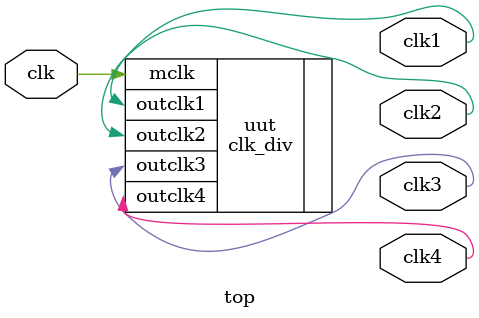
<source format=v>
`timescale 1ns / 1ps
module top(clk,clk1,clk2,clk3,clk4);
input 	clk;
output	clk1,clk2,clk3,clk4;



	clk_div uut (
		.mclk(clk), 
		.outclk1(clk1),
		.outclk2(clk2),
		.outclk3(clk3),
		.outclk4(clk4)
	);


endmodule

</source>
